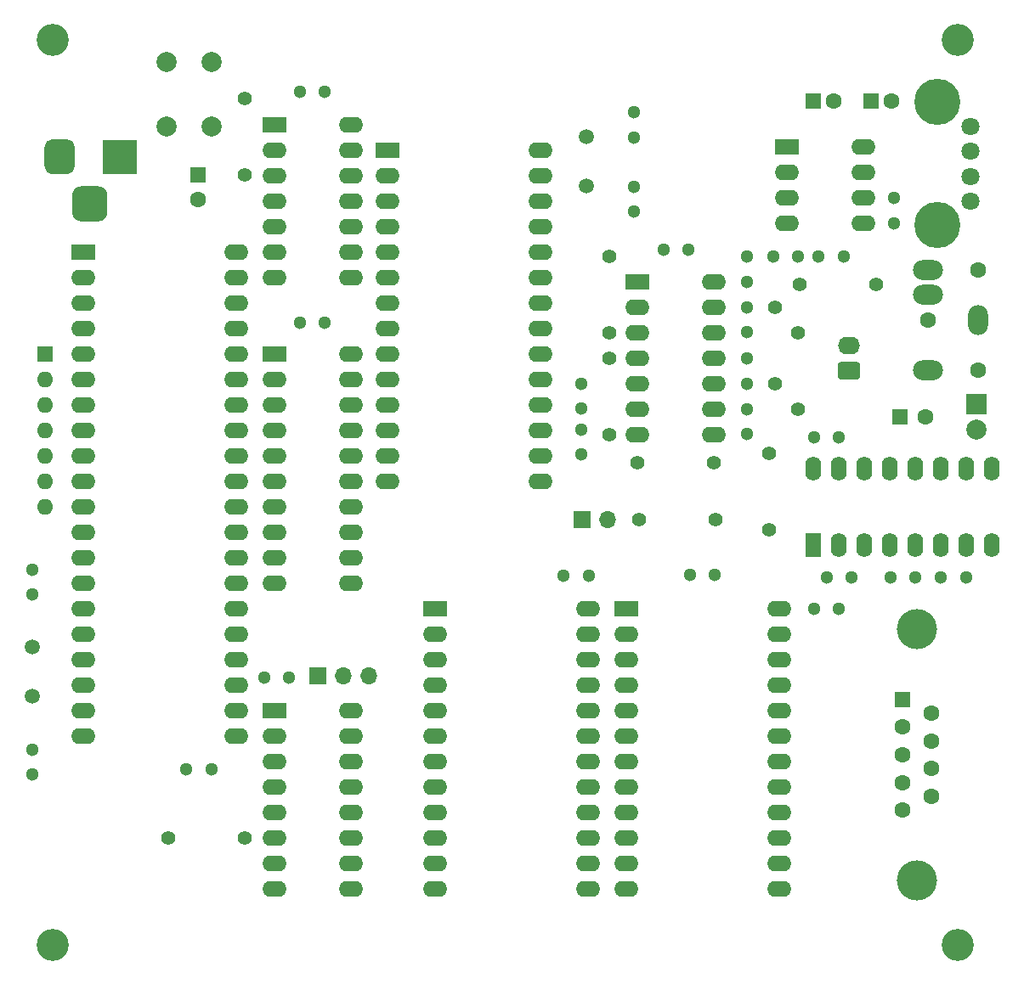
<source format=gbs>
G04 #@! TF.GenerationSoftware,KiCad,Pcbnew,5.1.12*
G04 #@! TF.CreationDate,2023-02-04T16:13:27-07:00*
G04 #@! TF.ProjectId,Talker,54616c6b-6572-42e6-9b69-6361645f7063,rev?*
G04 #@! TF.SameCoordinates,Original*
G04 #@! TF.FileFunction,Soldermask,Bot*
G04 #@! TF.FilePolarity,Negative*
%FSLAX46Y46*%
G04 Gerber Fmt 4.6, Leading zero omitted, Abs format (unit mm)*
G04 Created by KiCad (PCBNEW 5.1.12) date 2023-02-04 16:13:27*
%MOMM*%
%LPD*%
G01*
G04 APERTURE LIST*
%ADD10C,1.300000*%
%ADD11C,2.000000*%
%ADD12R,2.000000X2.000000*%
%ADD13O,2.000000X3.000000*%
%ADD14C,1.600000*%
%ADD15O,3.000000X2.000000*%
%ADD16O,2.999999X2.000000*%
%ADD17C,3.200000*%
%ADD18R,1.600000X1.600000*%
%ADD19C,1.500000*%
%ADD20O,1.700000X1.700000*%
%ADD21R,1.700000X1.700000*%
%ADD22O,2.190000X1.740000*%
%ADD23C,1.397000*%
%ADD24R,1.600000X2.400000*%
%ADD25O,1.600000X2.400000*%
%ADD26C,4.000000*%
%ADD27O,2.400000X1.600000*%
%ADD28R,2.400000X1.600000*%
%ADD29R,3.500000X3.500000*%
%ADD30C,4.600000*%
%ADD31C,1.800000*%
%ADD32O,1.600000X1.600000*%
G04 APERTURE END LIST*
D10*
X150241000Y-115316000D03*
X150241000Y-112816000D03*
X150241000Y-117856000D03*
X150241000Y-120356000D03*
X150241000Y-107696000D03*
X150241000Y-110196000D03*
X133731000Y-119888000D03*
X133731000Y-122388000D03*
X133731000Y-115316000D03*
X133731000Y-117816000D03*
X150241000Y-105156000D03*
X150241000Y-102656000D03*
X144399000Y-101981000D03*
X141899000Y-101981000D03*
X105664000Y-86233000D03*
X108164000Y-86233000D03*
X131953000Y-134493000D03*
X134453000Y-134493000D03*
X157353000Y-102616000D03*
X159853000Y-102616000D03*
X102108000Y-144653000D03*
X104608000Y-144653000D03*
X144526000Y-134366000D03*
X147026000Y-134366000D03*
X159385000Y-120650000D03*
X156885000Y-120650000D03*
X105664000Y-109220000D03*
X108164000Y-109220000D03*
X164846000Y-99314000D03*
X164846000Y-96814000D03*
X94361000Y-153797000D03*
X96861000Y-153797000D03*
X167005000Y-134620000D03*
X164505000Y-134620000D03*
X159385000Y-137795000D03*
X156885000Y-137795000D03*
X169545000Y-134620000D03*
X172045000Y-134620000D03*
X160655000Y-134620000D03*
X158155000Y-134620000D03*
X78994000Y-133858000D03*
X78994000Y-136358000D03*
X78994000Y-154305000D03*
X78994000Y-151805000D03*
X155321000Y-102616000D03*
X152821000Y-102616000D03*
X138938000Y-88265000D03*
X138938000Y-90765000D03*
X138938000Y-98171000D03*
X138938000Y-95671000D03*
D11*
X173101000Y-119888000D03*
D12*
X173101000Y-117348000D03*
D13*
X173228000Y-108966000D03*
D14*
X173228000Y-103966000D03*
X173228000Y-113966000D03*
X168228000Y-108966000D03*
D15*
X168228000Y-103966000D03*
D16*
X168228000Y-106466000D03*
D15*
X168228000Y-113966000D03*
D17*
X171272200Y-171272200D03*
X171272200Y-81026000D03*
X81026000Y-171272200D03*
X81026000Y-81026000D03*
D14*
X164623500Y-87122000D03*
D18*
X162623500Y-87122000D03*
D14*
X158845000Y-87122000D03*
D18*
X156845000Y-87122000D03*
D14*
X167981000Y-118681500D03*
D18*
X165481000Y-118681500D03*
D19*
X134239000Y-95631000D03*
X134239000Y-90751000D03*
D20*
X112585500Y-144462500D03*
X110045500Y-144462500D03*
D21*
X107505500Y-144462500D03*
D22*
X160401000Y-111506000D03*
G36*
G01*
X161246001Y-114916000D02*
X159555999Y-114916000D01*
G75*
G02*
X159306000Y-114666001I0J249999D01*
G01*
X159306000Y-113425999D01*
G75*
G02*
X159555999Y-113176000I249999J0D01*
G01*
X161246001Y-113176000D01*
G75*
G02*
X161496000Y-113425999I0J-249999D01*
G01*
X161496000Y-114666001D01*
G75*
G02*
X161246001Y-114916000I-249999J0D01*
G01*
G37*
D11*
X92392500Y-83225500D03*
X96892500Y-83225500D03*
X92392500Y-89725500D03*
X96892500Y-89725500D03*
D23*
X152400000Y-129921000D03*
X152400000Y-122301000D03*
X147066000Y-128905000D03*
X139446000Y-128905000D03*
D20*
X136334500Y-128905000D03*
D21*
X133794500Y-128905000D03*
D24*
X156845000Y-131445000D03*
D25*
X174625000Y-123825000D03*
X159385000Y-131445000D03*
X172085000Y-123825000D03*
X161925000Y-131445000D03*
X169545000Y-123825000D03*
X164465000Y-131445000D03*
X167005000Y-123825000D03*
X167005000Y-131445000D03*
X164465000Y-123825000D03*
X169545000Y-131445000D03*
X161925000Y-123825000D03*
X172085000Y-131445000D03*
X159385000Y-123825000D03*
X174625000Y-131445000D03*
X156845000Y-123825000D03*
D18*
X165735000Y-146812000D03*
D14*
X165735000Y-149582000D03*
X165735000Y-152352000D03*
X165735000Y-155122000D03*
X165735000Y-157892000D03*
X168575000Y-148197000D03*
X168575000Y-150967000D03*
X168575000Y-153737000D03*
X168575000Y-156507000D03*
D26*
X167155000Y-164852000D03*
X167155000Y-139852000D03*
D23*
X146939000Y-123190000D03*
X139319000Y-123190000D03*
X155321000Y-110236000D03*
X155321000Y-117856000D03*
X136525000Y-110236000D03*
X136525000Y-102616000D03*
X136525000Y-120396000D03*
X136525000Y-112776000D03*
X153035000Y-115316000D03*
X153035000Y-107696000D03*
D27*
X146939000Y-105156000D03*
X139319000Y-120396000D03*
X146939000Y-107696000D03*
X139319000Y-117856000D03*
X146939000Y-110236000D03*
X139319000Y-115316000D03*
X146939000Y-112776000D03*
X139319000Y-112776000D03*
X146939000Y-115316000D03*
X139319000Y-110236000D03*
X146939000Y-117856000D03*
X139319000Y-107696000D03*
X146939000Y-120396000D03*
D28*
X139319000Y-105156000D03*
X114427000Y-92075000D03*
D27*
X129667000Y-125095000D03*
X114427000Y-94615000D03*
X129667000Y-122555000D03*
X114427000Y-97155000D03*
X129667000Y-120015000D03*
X114427000Y-99695000D03*
X129667000Y-117475000D03*
X114427000Y-102235000D03*
X129667000Y-114935000D03*
X114427000Y-104775000D03*
X129667000Y-112395000D03*
X114427000Y-107315000D03*
X129667000Y-109855000D03*
X114427000Y-109855000D03*
X129667000Y-107315000D03*
X114427000Y-112395000D03*
X129667000Y-104775000D03*
X114427000Y-114935000D03*
X129667000Y-102235000D03*
X114427000Y-117475000D03*
X129667000Y-99695000D03*
X114427000Y-120015000D03*
X129667000Y-97155000D03*
X114427000Y-122555000D03*
X129667000Y-94615000D03*
X114427000Y-125095000D03*
X129667000Y-92075000D03*
D14*
X95504000Y-96988000D03*
D18*
X95504000Y-94488000D03*
D27*
X110744000Y-89535000D03*
X103124000Y-104775000D03*
X110744000Y-92075000D03*
X103124000Y-102235000D03*
X110744000Y-94615000D03*
X103124000Y-99695000D03*
X110744000Y-97155000D03*
X103124000Y-97155000D03*
X110744000Y-99695000D03*
X103124000Y-94615000D03*
X110744000Y-102235000D03*
X103124000Y-92075000D03*
X110744000Y-104775000D03*
D28*
X103124000Y-89535000D03*
D29*
X87757000Y-92710000D03*
G36*
G01*
X80257000Y-93710000D02*
X80257000Y-91710000D01*
G75*
G02*
X81007000Y-90960000I750000J0D01*
G01*
X82507000Y-90960000D01*
G75*
G02*
X83257000Y-91710000I0J-750000D01*
G01*
X83257000Y-93710000D01*
G75*
G02*
X82507000Y-94460000I-750000J0D01*
G01*
X81007000Y-94460000D01*
G75*
G02*
X80257000Y-93710000I0J750000D01*
G01*
G37*
G36*
G01*
X83007000Y-98285000D02*
X83007000Y-96535000D01*
G75*
G02*
X83882000Y-95660000I875000J0D01*
G01*
X85632000Y-95660000D01*
G75*
G02*
X86507000Y-96535000I0J-875000D01*
G01*
X86507000Y-98285000D01*
G75*
G02*
X85632000Y-99160000I-875000J0D01*
G01*
X83882000Y-99160000D01*
G75*
G02*
X83007000Y-98285000I0J875000D01*
G01*
G37*
D30*
X169166000Y-99555000D03*
X169166000Y-87255000D03*
D31*
X172466000Y-97155000D03*
X172466000Y-94655000D03*
X172466000Y-92155000D03*
X172466000Y-89655000D03*
D23*
X100203000Y-86868000D03*
X100203000Y-94488000D03*
X92583000Y-160655000D03*
X100203000Y-160655000D03*
X163068000Y-105410000D03*
X155448000Y-105410000D03*
D28*
X84074000Y-102235000D03*
D27*
X99314000Y-150495000D03*
X84074000Y-104775000D03*
X99314000Y-147955000D03*
X84074000Y-107315000D03*
X99314000Y-145415000D03*
X84074000Y-109855000D03*
X99314000Y-142875000D03*
X84074000Y-112395000D03*
X99314000Y-140335000D03*
X84074000Y-114935000D03*
X99314000Y-137795000D03*
X84074000Y-117475000D03*
X99314000Y-135255000D03*
X84074000Y-120015000D03*
X99314000Y-132715000D03*
X84074000Y-122555000D03*
X99314000Y-130175000D03*
X84074000Y-125095000D03*
X99314000Y-127635000D03*
X84074000Y-127635000D03*
X99314000Y-125095000D03*
X84074000Y-130175000D03*
X99314000Y-122555000D03*
X84074000Y-132715000D03*
X99314000Y-120015000D03*
X84074000Y-135255000D03*
X99314000Y-117475000D03*
X84074000Y-137795000D03*
X99314000Y-114935000D03*
X84074000Y-140335000D03*
X99314000Y-112395000D03*
X84074000Y-142875000D03*
X99314000Y-109855000D03*
X84074000Y-145415000D03*
X99314000Y-107315000D03*
X84074000Y-147955000D03*
X99314000Y-104775000D03*
X84074000Y-150495000D03*
X99314000Y-102235000D03*
D28*
X103124000Y-112395000D03*
D27*
X110744000Y-135255000D03*
X103124000Y-114935000D03*
X110744000Y-132715000D03*
X103124000Y-117475000D03*
X110744000Y-130175000D03*
X103124000Y-120015000D03*
X110744000Y-127635000D03*
X103124000Y-122555000D03*
X110744000Y-125095000D03*
X103124000Y-125095000D03*
X110744000Y-122555000D03*
X103124000Y-127635000D03*
X110744000Y-120015000D03*
X103124000Y-130175000D03*
X110744000Y-117475000D03*
X103124000Y-132715000D03*
X110744000Y-114935000D03*
X103124000Y-135255000D03*
X110744000Y-112395000D03*
X110744000Y-147955000D03*
X103124000Y-165735000D03*
X110744000Y-150495000D03*
X103124000Y-163195000D03*
X110744000Y-153035000D03*
X103124000Y-160655000D03*
X110744000Y-155575000D03*
X103124000Y-158115000D03*
X110744000Y-158115000D03*
X103124000Y-155575000D03*
X110744000Y-160655000D03*
X103124000Y-153035000D03*
X110744000Y-163195000D03*
X103124000Y-150495000D03*
X110744000Y-165735000D03*
D28*
X103124000Y-147955000D03*
X154178000Y-91694000D03*
D27*
X161798000Y-99314000D03*
X154178000Y-94234000D03*
X161798000Y-96774000D03*
X154178000Y-96774000D03*
X161798000Y-94234000D03*
X154178000Y-99314000D03*
X161798000Y-91694000D03*
D28*
X119126000Y-137795000D03*
D27*
X134366000Y-165735000D03*
X119126000Y-140335000D03*
X134366000Y-163195000D03*
X119126000Y-142875000D03*
X134366000Y-160655000D03*
X119126000Y-145415000D03*
X134366000Y-158115000D03*
X119126000Y-147955000D03*
X134366000Y-155575000D03*
X119126000Y-150495000D03*
X134366000Y-153035000D03*
X119126000Y-153035000D03*
X134366000Y-150495000D03*
X119126000Y-155575000D03*
X134366000Y-147955000D03*
X119126000Y-158115000D03*
X134366000Y-145415000D03*
X119126000Y-160655000D03*
X134366000Y-142875000D03*
X119126000Y-163195000D03*
X134366000Y-140335000D03*
X119126000Y-165735000D03*
X134366000Y-137795000D03*
X153416000Y-137795000D03*
X138176000Y-165735000D03*
X153416000Y-140335000D03*
X138176000Y-163195000D03*
X153416000Y-142875000D03*
X138176000Y-160655000D03*
X153416000Y-145415000D03*
X138176000Y-158115000D03*
X153416000Y-147955000D03*
X138176000Y-155575000D03*
X153416000Y-150495000D03*
X138176000Y-153035000D03*
X153416000Y-153035000D03*
X138176000Y-150495000D03*
X153416000Y-155575000D03*
X138176000Y-147955000D03*
X153416000Y-158115000D03*
X138176000Y-145415000D03*
X153416000Y-160655000D03*
X138176000Y-142875000D03*
X153416000Y-163195000D03*
X138176000Y-140335000D03*
X153416000Y-165735000D03*
D28*
X138176000Y-137795000D03*
D19*
X78994000Y-146485000D03*
X78994000Y-141605000D03*
D18*
X80264000Y-112395000D03*
D32*
X80264000Y-114935000D03*
X80264000Y-117475000D03*
X80264000Y-120015000D03*
X80264000Y-122555000D03*
X80264000Y-125095000D03*
X80264000Y-127635000D03*
M02*

</source>
